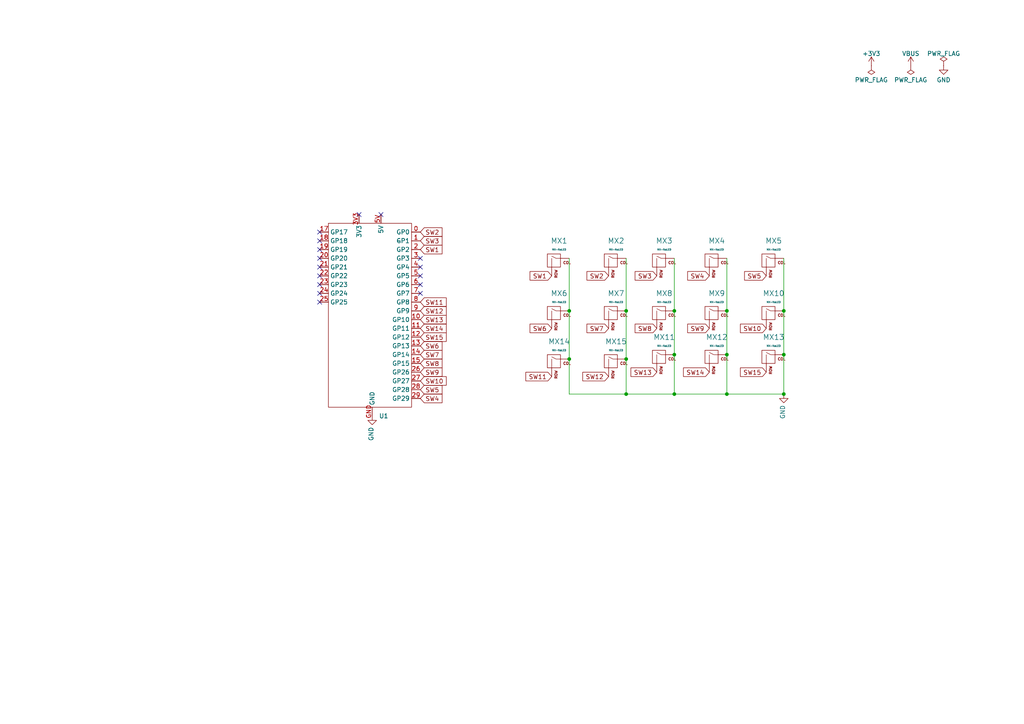
<source format=kicad_sch>
(kicad_sch (version 20230121) (generator eeschema)
  (paper "A4")
  (lib_symbols
    (symbol "MX_Alps_Hybrid:MX-NoLED" (pin_names (offset 1.016))
      (property "Reference" "MX" (at -0.635 3.81 0))
      (property "Value" "MX-NoLED" (at -0.635 1.27 0))
      (symbol "MX-NoLED_0_0"
        (rectangle (start -2.54 2.54) (end 1.27 -1.27))
        (polyline (pts (xy -1.27 -1.27) (xy -1.27 1.27)) (stroke (width 0.127)))
        (polyline (pts (xy 1.27 1.27) (xy 0 1.27) (xy -1.27 1.905)) (stroke (width 0.127)))
        (text "COL" (at 3.175 0 0) (effects (font (size 0.762 0.762))))
        (text "ROW" (at 0 -1.905 900) (effects (font (size 0.762 0.762)) (justify right)))
      )
      (symbol "MX-NoLED_1_1"
        (pin passive line (at 3.81 1.27 180) (length 2.54) (name "COL") (number "1"))
        (pin passive line (at -1.27 -3.81 90) (length 2.54) (name "ROW") (number "2"))
      )
    )
    (symbol "power:+3V3" (power) (pin_names (offset 0))
      (property "Value" "+3V3" (at 0 3.556 0))
      (symbol "+3V3_0_1"
        (polyline (pts (xy -0.762 1.27) (xy 0 2.54)))
        (polyline (pts (xy 0 0) (xy 0 2.54)))
        (polyline (pts (xy 0 2.54) (xy 0.762 1.27)))
      )
      (symbol "+3V3_1_1"
        (pin power_in line (at 0 0 90) (length 0) hide (name "+3V3") (number "1"))
      )
    )
    (symbol "power:GND" (power) (pin_names (offset 0))
      (property "Value" "GND" (at 0 -3.81 0))
      (symbol "GND_0_1"
        (polyline (pts (xy 0 0) (xy 0 -1.27) (xy 1.27 -1.27) (xy 0 -2.54) (xy -1.27 -1.27) (xy 0 -1.27)))
      )
      (symbol "GND_1_1"
        (pin power_in line (at 0 0 270) (length 0) hide (name "GND") (number "1"))
      )
    )
    (symbol "power:PWR_FLAG" (power) (pin_numbers hide) (pin_names (offset 0) hide)
      (property "Value" "PWR_FLAG" (at 0 3.81 0))
      (symbol "PWR_FLAG_0_0"
        (pin power_out line (at 0 0 90) (length 0) (name "pwr") (number "1"))
      )
      (symbol "PWR_FLAG_0_1"
        (polyline (pts (xy 0 0) (xy 0 1.27) (xy -1.016 1.905) (xy 0 2.54) (xy 1.016 1.905) (xy 0 1.27)))
      )
    )
    (symbol "power:VBUS" (power) (pin_names (offset 0))
      (property "Value" "VBUS" (at 0 3.81 0))
      (symbol "VBUS_0_1"
        (polyline (pts (xy -0.762 1.27) (xy 0 2.54)))
        (polyline (pts (xy 0 0) (xy 0 2.54)))
        (polyline (pts (xy 0 2.54) (xy 0.762 1.27)))
      )
      (symbol "VBUS_1_1"
        (pin power_in line (at 0 0 90) (length 0) hide (name "VBUS") (number "1"))
      )
    )
    (symbol "random_Library:Waveshare_RP2040-Zero"
      (property "Reference" "U" (at 7.62 26.67 0))
      (symbol "Waveshare_RP2040-Zero_0_1"
        (rectangle (start -12.7 25.4) (end 11.43 -27.94))
      )
      (symbol "Waveshare_RP2040-Zero_1_1"
        (pin passive line (at 13.97 22.86 180) (length 2.54) (name "GP0") (number "0"))
        (pin passive line (at 13.97 20.32 180) (length 2.54) (name "GP1") (number "1"))
        (pin passive line (at 13.97 -2.54 180) (length 2.54) (name "GP10") (number "10"))
        (pin passive line (at 13.97 -5.08 180) (length 2.54) (name "GP11") (number "11"))
        (pin passive line (at 13.97 -7.62 180) (length 2.54) (name "GP12") (number "12"))
        (pin passive line (at 13.97 -10.16 180) (length 2.54) (name "GP13") (number "13"))
        (pin passive line (at 13.97 -12.7 180) (length 2.54) (name "GP14") (number "14"))
        (pin passive line (at 13.97 -15.24 180) (length 2.54) (name "GP15") (number "15"))
        (pin passive line (at -15.24 22.86 0) (length 2.54) (name "GP17") (number "17"))
        (pin passive line (at -15.24 20.32 0) (length 2.54) (name "GP18") (number "18"))
        (pin passive line (at -15.24 17.78 0) (length 2.54) (name "GP19") (number "19"))
        (pin passive line (at 13.97 17.78 180) (length 2.54) (name "GP2") (number "2"))
        (pin passive line (at -15.24 15.24 0) (length 2.54) (name "GP20") (number "20"))
        (pin passive line (at -15.24 12.7 0) (length 2.54) (name "GP21") (number "21"))
        (pin passive line (at -15.24 10.16 0) (length 2.54) (name "GP22") (number "22"))
        (pin passive line (at -15.24 7.62 0) (length 2.54) (name "GP23") (number "23"))
        (pin passive line (at -15.24 5.08 0) (length 2.54) (name "GP24") (number "24"))
        (pin passive line (at -15.24 2.54 0) (length 2.54) (name "GP25") (number "25"))
        (pin passive line (at 13.97 -17.78 180) (length 2.54) (name "GP26") (number "26"))
        (pin passive line (at 13.97 -20.32 180) (length 2.54) (name "GP27") (number "27"))
        (pin passive line (at 13.97 -22.86 180) (length 2.54) (name "GP28") (number "28"))
        (pin passive line (at 13.97 -25.4 180) (length 2.54) (name "GP29") (number "29"))
        (pin passive line (at 13.97 15.24 180) (length 2.54) (name "GP3") (number "3"))
        (pin power_out line (at -3.81 27.94 270) (length 2.54) (name "3V3") (number "3V3"))
        (pin passive line (at 13.97 12.7 180) (length 2.54) (name "GP4") (number "4"))
        (pin passive line (at 13.97 10.16 180) (length 2.54) (name "GP5") (number "5"))
        (pin power_out line (at 2.54 27.94 270) (length 2.54) (name "5V") (number "5V"))
        (pin passive line (at 13.97 7.62 180) (length 2.54) (name "GP6") (number "6"))
        (pin passive line (at 13.97 5.08 180) (length 2.54) (name "GP7") (number "7"))
        (pin passive line (at 13.97 2.54 180) (length 2.54) (name "GP8") (number "8"))
        (pin passive line (at 13.97 0 180) (length 2.54) (name "GP9") (number "9"))
        (pin passive line (at 0 -30.48 90) (length 2.54) (name "GND") (number "GND"))
      )
    )
  )
  (junction (at 195.58 90.17))
  (junction (at 165.1 90.17))
  (junction (at 181.61 90.17))
  (junction (at 165.1 104.14))
  (junction (at 227.33 102.87))
  (junction (at 181.61 114.3))
  (junction (at 195.58 102.87))
  (junction (at 210.82 90.17))
  (junction (at 210.82 102.87))
  (junction (at 210.82 114.3))
  (junction (at 181.61 104.14))
  (junction (at 227.33 90.17))
  (junction (at 195.58 114.3))
  (junction (at 227.33 114.3))
  (no_connect (at 110.49 62.23))
  (no_connect (at 121.92 82.55))
  (no_connect (at 121.92 74.93))
  (no_connect (at 92.71 87.63))
  (no_connect (at 104.14 62.23))
  (no_connect (at 92.71 67.31))
  (no_connect (at 121.92 80.01))
  (no_connect (at 92.71 72.39))
  (no_connect (at 92.71 74.93))
  (no_connect (at 92.71 77.47))
  (no_connect (at 92.71 80.01))
  (no_connect (at 121.92 77.47))
  (no_connect (at 121.92 85.09))
  (no_connect (at 92.71 82.55))
  (no_connect (at 92.71 85.09))
  (no_connect (at 92.71 69.85))
  (wire (pts (xy 165.1 114.3) (xy 181.61 114.3)))
  (wire (pts (xy 195.58 114.3) (xy 210.82 114.3)))
  (wire (pts (xy 210.82 102.87) (xy 210.82 114.3)))
  (wire (pts (xy 195.58 90.17) (xy 195.58 102.87)))
  (wire (pts (xy 210.82 114.3) (xy 227.33 114.3)))
  (wire (pts (xy 181.61 90.17) (xy 181.61 104.14)))
  (wire (pts (xy 227.33 90.17) (xy 227.33 102.87)))
  (wire (pts (xy 165.1 74.93) (xy 165.1 90.17)))
  (wire (pts (xy 210.82 74.93) (xy 210.82 90.17)))
  (wire (pts (xy 165.1 104.14) (xy 165.1 114.3)))
  (wire (pts (xy 165.1 90.17) (xy 165.1 104.14)))
  (wire (pts (xy 181.61 114.3) (xy 195.58 114.3)))
  (wire (pts (xy 181.61 74.93) (xy 181.61 90.17)))
  (wire (pts (xy 181.61 104.14) (xy 181.61 114.3)))
  (wire (pts (xy 195.58 102.87) (xy 195.58 114.3)))
  (wire (pts (xy 227.33 102.87) (xy 227.33 114.3)))
  (wire (pts (xy 195.58 74.93) (xy 195.58 90.17)))
  (wire (pts (xy 210.82 90.17) (xy 210.82 102.87)))
  (wire (pts (xy 227.33 74.93) (xy 227.33 90.17)))
  (global_label "SW15" (shape input) (at 121.92 97.79 0) (property "Intersheetrefs" "${INTERSHEET_REFS}" (effects hide)))
  (global_label "SW2" (shape input) (at 176.53 80.01 180) (property "Intersheetrefs" "${INTERSHEET_REFS}" (effects hide)))
  (global_label "SW14" (shape input) (at 205.74 107.95 180) (property "Intersheetrefs" "${INTERSHEET_REFS}" (effects hide)))
  (global_label "SW3" (shape input) (at 190.5 80.01 180) (property "Intersheetrefs" "${INTERSHEET_REFS}" (effects hide)))
  (global_label "SW11" (shape input) (at 121.92 87.63 0) (property "Intersheetrefs" "${INTERSHEET_REFS}" (effects hide)))
  (global_label "SW9" (shape input) (at 121.92 107.95 0) (property "Intersheetrefs" "${INTERSHEET_REFS}" (effects hide)))
  (global_label "SW12" (shape input) (at 121.92 90.17 0) (property "Intersheetrefs" "${INTERSHEET_REFS}" (effects hide)))
  (global_label "SW11" (shape input) (at 160.02 109.22 180) (property "Intersheetrefs" "${INTERSHEET_REFS}" (effects hide)))
  (global_label "SW1" (shape input) (at 160.02 80.01 180) (property "Intersheetrefs" "${INTERSHEET_REFS}" (effects hide)))
  (global_label "SW2" (shape input) (at 121.92 67.31 0) (property "Intersheetrefs" "${INTERSHEET_REFS}" (effects hide)))
  (global_label "SW5" (shape input) (at 121.92 113.03 0) (property "Intersheetrefs" "${INTERSHEET_REFS}" (effects hide)))
  (global_label "SW7" (shape input) (at 121.92 102.87 0) (property "Intersheetrefs" "${INTERSHEET_REFS}" (effects hide)))
  (global_label "SW13" (shape input) (at 121.92 92.71 0) (property "Intersheetrefs" "${INTERSHEET_REFS}" (effects hide)))
  (global_label "SW8" (shape input) (at 190.5 95.25 180) (property "Intersheetrefs" "${INTERSHEET_REFS}" (effects hide)))
  (global_label "SW6" (shape input) (at 121.92 100.33 0) (property "Intersheetrefs" "${INTERSHEET_REFS}" (effects hide)))
  (global_label "SW9" (shape input) (at 205.74 95.25 180) (property "Intersheetrefs" "${INTERSHEET_REFS}" (effects hide)))
  (global_label "SW8" (shape input) (at 121.92 105.41 0) (property "Intersheetrefs" "${INTERSHEET_REFS}" (effects hide)))
  (global_label "SW3" (shape input) (at 121.92 69.85 0) (property "Intersheetrefs" "${INTERSHEET_REFS}" (effects hide)))
  (global_label "SW13" (shape input) (at 190.5 107.95 180) (property "Intersheetrefs" "${INTERSHEET_REFS}" (effects hide)))
  (global_label "SW10" (shape input) (at 222.25 95.25 180) (property "Intersheetrefs" "${INTERSHEET_REFS}" (effects hide)))
  (global_label "SW12" (shape input) (at 176.53 109.22 180) (property "Intersheetrefs" "${INTERSHEET_REFS}" (effects hide)))
  (global_label "SW4" (shape input) (at 205.74 80.01 180) (property "Intersheetrefs" "${INTERSHEET_REFS}" (effects hide)))
  (global_label "SW1" (shape input) (at 121.92 72.39 0) (property "Intersheetrefs" "${INTERSHEET_REFS}" (effects hide)))
  (global_label "SW5" (shape input) (at 222.25 80.01 180) (property "Intersheetrefs" "${INTERSHEET_REFS}" (effects hide)))
  (global_label "SW7" (shape input) (at 176.53 95.25 180) (property "Intersheetrefs" "${INTERSHEET_REFS}" (effects hide)))
  (global_label "SW10" (shape input) (at 121.92 110.49 0) (property "Intersheetrefs" "${INTERSHEET_REFS}" (effects hide)))
  (global_label "SW15" (shape input) (at 222.25 107.95 180) (property "Intersheetrefs" "${INTERSHEET_REFS}" (effects hide)))
  (global_label "SW4" (shape input) (at 121.92 115.57 0) (property "Intersheetrefs" "${INTERSHEET_REFS}" (effects hide)))
  (global_label "SW6" (shape input) (at 160.02 95.25 180) (property "Intersheetrefs" "${INTERSHEET_REFS}" (effects hide)))
  (global_label "SW14" (shape input) (at 121.92 95.25 0) (property "Intersheetrefs" "${INTERSHEET_REFS}" (effects hide)))
  (symbol (lib_id "power:GND") (at 107.95 120.65 0) (unit 1)
    (property "Reference" "#PWR01" (effects hide))
    (property "Value" "GND" (at 107.6332 123.825 90) (effects (justify right)))
  )
  (symbol (lib_id "MX_Alps_Hybrid:MX-NoLED") (at 177.8 105.41 0) (unit 1)
    (property "Reference" "MX15" (at 178.6832 99.06 0) (effects (font (size 1.524 1.524))))
    (property "Value" "MX-NoLED" (at 178.6832 101.6 0) (effects (font (size 0.508 0.508))))
    (property "Footprint" "MX_Only:MXOnly-1U-NoLED" (effects hide))
  )
  (symbol (lib_id "MX_Alps_Hybrid:MX-NoLED") (at 191.77 76.2 0) (unit 1)
    (property "Reference" "MX3" (at 192.6532 69.85 0) (effects (font (size 1.524 1.524))))
    (property "Value" "MX-NoLED" (at 192.6532 72.39 0) (effects (font (size 0.508 0.508))))
    (property "Footprint" "MX_Only:MXOnly-1U-NoLED" (effects hide))
  )
  (symbol (lib_id "MX_Alps_Hybrid:MX-NoLED") (at 161.29 76.2 0) (unit 1)
    (property "Reference" "MX1" (at 162.1732 69.85 0) (effects (font (size 1.524 1.524))))
    (property "Value" "MX-NoLED" (at 162.1732 72.39 0) (effects (font (size 0.508 0.508))))
    (property "Footprint" "MX_Only:MXOnly-1U-NoLED" (effects hide))
  )
  (symbol (lib_id "MX_Alps_Hybrid:MX-NoLED") (at 223.52 104.14 0) (unit 1)
    (property "Reference" "MX13" (at 224.4032 97.79 0) (effects (font (size 1.524 1.524))))
    (property "Value" "MX-NoLED" (at 224.4032 100.33 0) (effects (font (size 0.508 0.508))))
    (property "Footprint" "MX_Only:MXOnly-1U-NoLED" (effects hide))
  )
  (symbol (lib_id "MX_Alps_Hybrid:MX-NoLED") (at 191.77 91.44 0) (unit 1)
    (property "Reference" "MX8" (at 192.6532 85.09 0) (effects (font (size 1.524 1.524))))
    (property "Value" "MX-NoLED" (at 192.6532 87.63 0) (effects (font (size 0.508 0.508))))
    (property "Footprint" "MX_Only:MXOnly-1U-NoLED" (effects hide))
  )
  (symbol (lib_id "MX_Alps_Hybrid:MX-NoLED") (at 207.01 91.44 0) (unit 1)
    (property "Reference" "MX9" (at 207.8932 85.09 0) (effects (font (size 1.524 1.524))))
    (property "Value" "MX-NoLED" (at 207.8932 87.63 0) (effects (font (size 0.508 0.508))))
    (property "Footprint" "MX_Only:MXOnly-1U-NoLED" (effects hide))
  )
  (symbol (lib_id "MX_Alps_Hybrid:MX-NoLED") (at 177.8 76.2 0) (unit 1)
    (property "Reference" "MX2" (at 178.6832 69.85 0) (effects (font (size 1.524 1.524))))
    (property "Value" "MX-NoLED" (at 178.6832 72.39 0) (effects (font (size 0.508 0.508))))
    (property "Footprint" "MX_Only:MXOnly-1U-NoLED" (effects hide))
  )
  (symbol (lib_id "MX_Alps_Hybrid:MX-NoLED") (at 161.29 105.41 0) (unit 1)
    (property "Reference" "MX14" (at 162.1732 99.06 0) (effects (font (size 1.524 1.524))))
    (property "Value" "MX-NoLED" (at 162.1732 101.6 0) (effects (font (size 0.508 0.508))))
    (property "Footprint" "MX_Only:MXOnly-1U-NoLED" (effects hide))
  )
  (symbol (lib_id "MX_Alps_Hybrid:MX-NoLED") (at 223.52 76.2 0) (unit 1)
    (property "Reference" "MX5" (at 224.4032 69.85 0) (effects (font (size 1.524 1.524))))
    (property "Value" "MX-NoLED" (at 224.4032 72.39 0) (effects (font (size 0.508 0.508))))
    (property "Footprint" "MX_Only:MXOnly-2U-NoLED" (effects hide))
  )
  (symbol (lib_id "MX_Alps_Hybrid:MX-NoLED") (at 161.29 91.44 0) (unit 1)
    (property "Reference" "MX6" (at 162.1732 85.09 0) (effects (font (size 1.524 1.524))))
    (property "Value" "MX-NoLED" (at 162.1732 87.63 0) (effects (font (size 0.508 0.508))))
    (property "Footprint" "MX_Only:MXOnly-1.5U-NoLED" (effects hide))
  )
  (symbol (lib_id "MX_Alps_Hybrid:MX-NoLED") (at 177.8 91.44 0) (unit 1)
    (property "Reference" "MX7" (at 178.6832 85.09 0) (effects (font (size 1.524 1.524))))
    (property "Value" "MX-NoLED" (at 178.6832 87.63 0) (effects (font (size 0.508 0.508))))
    (property "Footprint" "MX_Only:MXOnly-1U-NoLED" (effects hide))
  )
  (symbol (lib_id "power:+3V3") (at 252.73 19.05 0) (unit 1)
    (property "Reference" "#PWR031" (effects hide))
    (property "Value" "+3V3" (at 252.73 15.5481 0))
  )
  (symbol (lib_id "power:PWR_FLAG") (at 273.685 19.05 0) (unit 1)
    (property "Reference" "#FLG01" (effects hide))
    (property "Value" "PWR_FLAG" (at 273.685 15.5481 0))
  )
  (symbol (lib_id "random_Library:Waveshare_RP2040-Zero") (at 107.95 90.17 0) (unit 1)
    (property "Reference" "U1" (at 109.9059 120.65 0) (effects (justify left)))
    (property "Value" "~" (at 115.57 69.85 0))
    (property "Footprint" "random-Library:Waveshare RP2040-Zero-TH" (effects hide))
  )
  (symbol (lib_id "power:PWR_FLAG") (at 252.73 19.05 180) (unit 1)
    (property "Reference" "#FLG03" (effects hide))
    (property "Value" "PWR_FLAG" (at 252.73 23.1855 0))
  )
  (symbol (lib_id "MX_Alps_Hybrid:MX-NoLED") (at 207.01 76.2 0) (unit 1)
    (property "Reference" "MX4" (at 207.8932 69.85 0) (effects (font (size 1.524 1.524))))
    (property "Value" "MX-NoLED" (at 207.8932 72.39 0) (effects (font (size 0.508 0.508))))
    (property "Footprint" "MX_Only:MXOnly-1U-NoLED" (effects hide))
  )
  (symbol (lib_id "MX_Alps_Hybrid:MX-NoLED") (at 191.77 104.14 0) (unit 1)
    (property "Reference" "MX11" (at 192.6532 97.79 0) (effects (font (size 1.524 1.524))))
    (property "Value" "MX-NoLED" (at 192.6532 100.33 0) (effects (font (size 0.508 0.508))))
    (property "Footprint" "MX_Only:MXOnly-2U-NoLED" (effects hide))
  )
  (symbol (lib_id "MX_Alps_Hybrid:MX-NoLED") (at 207.01 104.14 0) (unit 1)
    (property "Reference" "MX12" (at 207.8932 97.79 0) (effects (font (size 1.524 1.524))))
    (property "Value" "MX-NoLED" (at 207.8932 100.33 0) (effects (font (size 0.508 0.508))))
    (property "Footprint" "MX_Only:MXOnly-1U-NoLED" (effects hide))
  )
  (symbol (lib_id "power:GND") (at 273.685 19.05 0) (unit 1)
    (property "Reference" "#PWR030" (effects hide))
    (property "Value" "GND" (at 273.685 23.1855 0))
  )
  (symbol (lib_id "power:VBUS") (at 264.16 19.05 0) (unit 1)
    (property "Reference" "#PWR032" (effects hide))
    (property "Value" "VBUS" (at 264.16 15.5481 0))
  )
  (symbol (lib_id "power:GND") (at 227.33 114.3 0) (unit 1)
    (property "Reference" "#PWR016" (effects hide))
    (property "Value" "GND" (at 227.0132 117.475 90) (effects (justify right)))
  )
  (symbol (lib_id "power:PWR_FLAG") (at 264.16 19.05 180) (unit 1)
    (property "Reference" "#FLG02" (effects hide))
    (property "Value" "PWR_FLAG" (at 264.16 23.1855 0))
  )
  (symbol (lib_id "MX_Alps_Hybrid:MX-NoLED") (at 223.52 91.44 0) (unit 1)
    (property "Reference" "MX10" (at 224.4032 85.09 0) (effects (font (size 1.524 1.524))))
    (property "Value" "MX-NoLED" (at 224.4032 87.63 0) (effects (font (size 0.508 0.508))))
    (property "Footprint" "MX_Only:MXOnly-1.5U-NoLED" (effects hide))
  )
)
</source>
